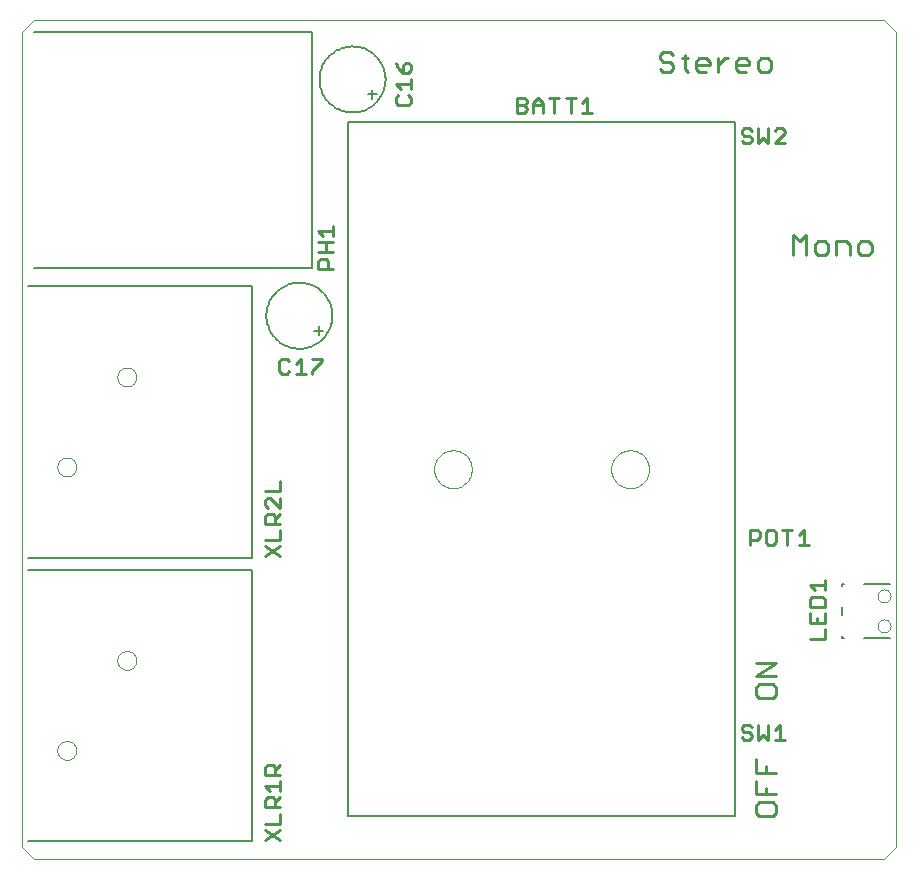
<source format=gto>
G75*
G70*
%OFA0B0*%
%FSLAX24Y24*%
%IPPOS*%
%LPD*%
%AMOC8*
5,1,8,0,0,1.08239X$1,22.5*
%
%ADD10C,0.0000*%
%ADD11C,0.0110*%
%ADD12C,0.0079*%
%ADD13C,0.0090*%
%ADD14C,0.0060*%
D10*
X003683Y003275D02*
X004076Y002881D01*
X032423Y002881D01*
X032817Y003275D01*
X032817Y030441D01*
X032423Y030834D01*
X004076Y030834D01*
X003683Y030441D01*
X003683Y003275D01*
X004868Y006500D02*
X004870Y006535D01*
X004876Y006570D01*
X004886Y006604D01*
X004899Y006637D01*
X004916Y006668D01*
X004937Y006696D01*
X004960Y006723D01*
X004987Y006746D01*
X005015Y006767D01*
X005046Y006784D01*
X005079Y006797D01*
X005113Y006807D01*
X005148Y006813D01*
X005183Y006815D01*
X005218Y006813D01*
X005253Y006807D01*
X005287Y006797D01*
X005320Y006784D01*
X005351Y006767D01*
X005379Y006746D01*
X005406Y006723D01*
X005429Y006696D01*
X005450Y006668D01*
X005467Y006637D01*
X005480Y006604D01*
X005490Y006570D01*
X005496Y006535D01*
X005498Y006500D01*
X005496Y006465D01*
X005490Y006430D01*
X005480Y006396D01*
X005467Y006363D01*
X005450Y006332D01*
X005429Y006304D01*
X005406Y006277D01*
X005379Y006254D01*
X005351Y006233D01*
X005320Y006216D01*
X005287Y006203D01*
X005253Y006193D01*
X005218Y006187D01*
X005183Y006185D01*
X005148Y006187D01*
X005113Y006193D01*
X005079Y006203D01*
X005046Y006216D01*
X005015Y006233D01*
X004987Y006254D01*
X004960Y006277D01*
X004937Y006304D01*
X004916Y006332D01*
X004899Y006363D01*
X004886Y006396D01*
X004876Y006430D01*
X004870Y006465D01*
X004868Y006500D01*
X006868Y009500D02*
X006870Y009535D01*
X006876Y009570D01*
X006886Y009604D01*
X006899Y009637D01*
X006916Y009668D01*
X006937Y009696D01*
X006960Y009723D01*
X006987Y009746D01*
X007015Y009767D01*
X007046Y009784D01*
X007079Y009797D01*
X007113Y009807D01*
X007148Y009813D01*
X007183Y009815D01*
X007218Y009813D01*
X007253Y009807D01*
X007287Y009797D01*
X007320Y009784D01*
X007351Y009767D01*
X007379Y009746D01*
X007406Y009723D01*
X007429Y009696D01*
X007450Y009668D01*
X007467Y009637D01*
X007480Y009604D01*
X007490Y009570D01*
X007496Y009535D01*
X007498Y009500D01*
X007496Y009465D01*
X007490Y009430D01*
X007480Y009396D01*
X007467Y009363D01*
X007450Y009332D01*
X007429Y009304D01*
X007406Y009277D01*
X007379Y009254D01*
X007351Y009233D01*
X007320Y009216D01*
X007287Y009203D01*
X007253Y009193D01*
X007218Y009187D01*
X007183Y009185D01*
X007148Y009187D01*
X007113Y009193D01*
X007079Y009203D01*
X007046Y009216D01*
X007015Y009233D01*
X006987Y009254D01*
X006960Y009277D01*
X006937Y009304D01*
X006916Y009332D01*
X006899Y009363D01*
X006886Y009396D01*
X006876Y009430D01*
X006870Y009465D01*
X006868Y009500D01*
X004868Y015948D02*
X004870Y015983D01*
X004876Y016018D01*
X004886Y016052D01*
X004899Y016085D01*
X004916Y016116D01*
X004937Y016144D01*
X004960Y016171D01*
X004987Y016194D01*
X005015Y016215D01*
X005046Y016232D01*
X005079Y016245D01*
X005113Y016255D01*
X005148Y016261D01*
X005183Y016263D01*
X005218Y016261D01*
X005253Y016255D01*
X005287Y016245D01*
X005320Y016232D01*
X005351Y016215D01*
X005379Y016194D01*
X005406Y016171D01*
X005429Y016144D01*
X005450Y016116D01*
X005467Y016085D01*
X005480Y016052D01*
X005490Y016018D01*
X005496Y015983D01*
X005498Y015948D01*
X005496Y015913D01*
X005490Y015878D01*
X005480Y015844D01*
X005467Y015811D01*
X005450Y015780D01*
X005429Y015752D01*
X005406Y015725D01*
X005379Y015702D01*
X005351Y015681D01*
X005320Y015664D01*
X005287Y015651D01*
X005253Y015641D01*
X005218Y015635D01*
X005183Y015633D01*
X005148Y015635D01*
X005113Y015641D01*
X005079Y015651D01*
X005046Y015664D01*
X005015Y015681D01*
X004987Y015702D01*
X004960Y015725D01*
X004937Y015752D01*
X004916Y015780D01*
X004899Y015811D01*
X004886Y015844D01*
X004876Y015878D01*
X004870Y015913D01*
X004868Y015948D01*
X006868Y018948D02*
X006870Y018983D01*
X006876Y019018D01*
X006886Y019052D01*
X006899Y019085D01*
X006916Y019116D01*
X006937Y019144D01*
X006960Y019171D01*
X006987Y019194D01*
X007015Y019215D01*
X007046Y019232D01*
X007079Y019245D01*
X007113Y019255D01*
X007148Y019261D01*
X007183Y019263D01*
X007218Y019261D01*
X007253Y019255D01*
X007287Y019245D01*
X007320Y019232D01*
X007351Y019215D01*
X007379Y019194D01*
X007406Y019171D01*
X007429Y019144D01*
X007450Y019116D01*
X007467Y019085D01*
X007480Y019052D01*
X007490Y019018D01*
X007496Y018983D01*
X007498Y018948D01*
X007496Y018913D01*
X007490Y018878D01*
X007480Y018844D01*
X007467Y018811D01*
X007450Y018780D01*
X007429Y018752D01*
X007406Y018725D01*
X007379Y018702D01*
X007351Y018681D01*
X007320Y018664D01*
X007287Y018651D01*
X007253Y018641D01*
X007218Y018635D01*
X007183Y018633D01*
X007148Y018635D01*
X007113Y018641D01*
X007079Y018651D01*
X007046Y018664D01*
X007015Y018681D01*
X006987Y018702D01*
X006960Y018725D01*
X006937Y018752D01*
X006916Y018780D01*
X006899Y018811D01*
X006886Y018844D01*
X006876Y018878D01*
X006870Y018913D01*
X006868Y018948D01*
X017423Y015874D02*
X017425Y015924D01*
X017431Y015974D01*
X017441Y016023D01*
X017455Y016071D01*
X017472Y016118D01*
X017493Y016163D01*
X017518Y016207D01*
X017546Y016248D01*
X017578Y016287D01*
X017612Y016324D01*
X017649Y016358D01*
X017689Y016388D01*
X017731Y016415D01*
X017775Y016439D01*
X017821Y016460D01*
X017868Y016476D01*
X017916Y016489D01*
X017966Y016498D01*
X018015Y016503D01*
X018066Y016504D01*
X018116Y016501D01*
X018165Y016494D01*
X018214Y016483D01*
X018262Y016468D01*
X018308Y016450D01*
X018353Y016428D01*
X018396Y016402D01*
X018437Y016373D01*
X018476Y016341D01*
X018512Y016306D01*
X018544Y016268D01*
X018574Y016228D01*
X018601Y016185D01*
X018624Y016141D01*
X018643Y016095D01*
X018659Y016047D01*
X018671Y015998D01*
X018679Y015949D01*
X018683Y015899D01*
X018683Y015849D01*
X018679Y015799D01*
X018671Y015750D01*
X018659Y015701D01*
X018643Y015653D01*
X018624Y015607D01*
X018601Y015563D01*
X018574Y015520D01*
X018544Y015480D01*
X018512Y015442D01*
X018476Y015407D01*
X018437Y015375D01*
X018396Y015346D01*
X018353Y015320D01*
X018308Y015298D01*
X018262Y015280D01*
X018214Y015265D01*
X018165Y015254D01*
X018116Y015247D01*
X018066Y015244D01*
X018015Y015245D01*
X017966Y015250D01*
X017916Y015259D01*
X017868Y015272D01*
X017821Y015288D01*
X017775Y015309D01*
X017731Y015333D01*
X017689Y015360D01*
X017649Y015390D01*
X017612Y015424D01*
X017578Y015461D01*
X017546Y015500D01*
X017518Y015541D01*
X017493Y015585D01*
X017472Y015630D01*
X017455Y015677D01*
X017441Y015725D01*
X017431Y015774D01*
X017425Y015824D01*
X017423Y015874D01*
X023328Y015874D02*
X023330Y015924D01*
X023336Y015974D01*
X023346Y016023D01*
X023360Y016071D01*
X023377Y016118D01*
X023398Y016163D01*
X023423Y016207D01*
X023451Y016248D01*
X023483Y016287D01*
X023517Y016324D01*
X023554Y016358D01*
X023594Y016388D01*
X023636Y016415D01*
X023680Y016439D01*
X023726Y016460D01*
X023773Y016476D01*
X023821Y016489D01*
X023871Y016498D01*
X023920Y016503D01*
X023971Y016504D01*
X024021Y016501D01*
X024070Y016494D01*
X024119Y016483D01*
X024167Y016468D01*
X024213Y016450D01*
X024258Y016428D01*
X024301Y016402D01*
X024342Y016373D01*
X024381Y016341D01*
X024417Y016306D01*
X024449Y016268D01*
X024479Y016228D01*
X024506Y016185D01*
X024529Y016141D01*
X024548Y016095D01*
X024564Y016047D01*
X024576Y015998D01*
X024584Y015949D01*
X024588Y015899D01*
X024588Y015849D01*
X024584Y015799D01*
X024576Y015750D01*
X024564Y015701D01*
X024548Y015653D01*
X024529Y015607D01*
X024506Y015563D01*
X024479Y015520D01*
X024449Y015480D01*
X024417Y015442D01*
X024381Y015407D01*
X024342Y015375D01*
X024301Y015346D01*
X024258Y015320D01*
X024213Y015298D01*
X024167Y015280D01*
X024119Y015265D01*
X024070Y015254D01*
X024021Y015247D01*
X023971Y015244D01*
X023920Y015245D01*
X023871Y015250D01*
X023821Y015259D01*
X023773Y015272D01*
X023726Y015288D01*
X023680Y015309D01*
X023636Y015333D01*
X023594Y015360D01*
X023554Y015390D01*
X023517Y015424D01*
X023483Y015461D01*
X023451Y015500D01*
X023423Y015541D01*
X023398Y015585D01*
X023377Y015630D01*
X023360Y015677D01*
X023346Y015725D01*
X023336Y015774D01*
X023330Y015824D01*
X023328Y015874D01*
X032206Y011649D02*
X032208Y011678D01*
X032214Y011706D01*
X032223Y011734D01*
X032236Y011760D01*
X032253Y011783D01*
X032272Y011805D01*
X032294Y011824D01*
X032319Y011839D01*
X032345Y011852D01*
X032373Y011860D01*
X032401Y011865D01*
X032430Y011866D01*
X032459Y011863D01*
X032487Y011856D01*
X032514Y011846D01*
X032540Y011832D01*
X032563Y011815D01*
X032584Y011795D01*
X032602Y011772D01*
X032617Y011747D01*
X032628Y011720D01*
X032636Y011692D01*
X032640Y011663D01*
X032640Y011635D01*
X032636Y011606D01*
X032628Y011578D01*
X032617Y011551D01*
X032602Y011526D01*
X032584Y011503D01*
X032563Y011483D01*
X032540Y011466D01*
X032514Y011452D01*
X032487Y011442D01*
X032459Y011435D01*
X032430Y011432D01*
X032401Y011433D01*
X032373Y011438D01*
X032345Y011446D01*
X032319Y011459D01*
X032294Y011474D01*
X032272Y011493D01*
X032253Y011515D01*
X032236Y011538D01*
X032223Y011564D01*
X032214Y011592D01*
X032208Y011620D01*
X032206Y011649D01*
X032206Y010649D02*
X032208Y010678D01*
X032214Y010706D01*
X032223Y010734D01*
X032236Y010760D01*
X032253Y010783D01*
X032272Y010805D01*
X032294Y010824D01*
X032319Y010839D01*
X032345Y010852D01*
X032373Y010860D01*
X032401Y010865D01*
X032430Y010866D01*
X032459Y010863D01*
X032487Y010856D01*
X032514Y010846D01*
X032540Y010832D01*
X032563Y010815D01*
X032584Y010795D01*
X032602Y010772D01*
X032617Y010747D01*
X032628Y010720D01*
X032636Y010692D01*
X032640Y010663D01*
X032640Y010635D01*
X032636Y010606D01*
X032628Y010578D01*
X032617Y010551D01*
X032602Y010526D01*
X032584Y010503D01*
X032563Y010483D01*
X032540Y010466D01*
X032514Y010452D01*
X032487Y010442D01*
X032459Y010435D01*
X032430Y010432D01*
X032401Y010433D01*
X032373Y010438D01*
X032345Y010446D01*
X032319Y010459D01*
X032294Y010474D01*
X032272Y010493D01*
X032253Y010515D01*
X032236Y010538D01*
X032223Y010564D01*
X032214Y010592D01*
X032208Y010620D01*
X032206Y010649D01*
D11*
X028825Y009428D02*
X028147Y009428D01*
X028147Y008976D02*
X028825Y009428D01*
X028825Y008976D02*
X028147Y008976D01*
X028260Y008703D02*
X028147Y008590D01*
X028147Y008364D01*
X028260Y008251D01*
X028712Y008251D01*
X028825Y008364D01*
X028825Y008590D01*
X028712Y008703D01*
X028260Y008703D01*
X028147Y006216D02*
X028147Y005765D01*
X028825Y005765D01*
X028486Y005765D02*
X028486Y005990D01*
X028147Y005491D02*
X028147Y005039D01*
X028825Y005039D01*
X028712Y004766D02*
X028260Y004766D01*
X028147Y004653D01*
X028147Y004427D01*
X028260Y004314D01*
X028712Y004314D01*
X028825Y004427D01*
X028825Y004653D01*
X028712Y004766D01*
X028486Y005039D02*
X028486Y005265D01*
X029381Y023015D02*
X029381Y023693D01*
X029607Y023467D01*
X029833Y023693D01*
X029833Y023015D01*
X030106Y023128D02*
X030219Y023015D01*
X030445Y023015D01*
X030558Y023128D01*
X030558Y023354D01*
X030445Y023467D01*
X030219Y023467D01*
X030106Y023354D01*
X030106Y023128D01*
X030831Y023015D02*
X030831Y023467D01*
X031170Y023467D01*
X031283Y023354D01*
X031283Y023015D01*
X031556Y023128D02*
X031669Y023015D01*
X031895Y023015D01*
X032008Y023128D01*
X032008Y023354D01*
X031895Y023467D01*
X031669Y023467D01*
X031556Y023354D01*
X031556Y023128D01*
X028548Y029118D02*
X028322Y029118D01*
X028209Y029231D01*
X028209Y029457D01*
X028322Y029570D01*
X028548Y029570D01*
X028661Y029457D01*
X028661Y029231D01*
X028548Y029118D01*
X027936Y029344D02*
X027484Y029344D01*
X027484Y029457D02*
X027597Y029570D01*
X027823Y029570D01*
X027936Y029457D01*
X027936Y029344D01*
X027823Y029118D02*
X027597Y029118D01*
X027484Y029231D01*
X027484Y029457D01*
X027219Y029570D02*
X027106Y029570D01*
X026880Y029344D01*
X026880Y029118D02*
X026880Y029570D01*
X026607Y029457D02*
X026607Y029344D01*
X026155Y029344D01*
X026155Y029457D02*
X026268Y029570D01*
X026494Y029570D01*
X026607Y029457D01*
X026494Y029118D02*
X026268Y029118D01*
X026155Y029231D01*
X026155Y029457D01*
X025898Y029570D02*
X025672Y029570D01*
X025785Y029683D02*
X025785Y029231D01*
X025898Y029118D01*
X025399Y029231D02*
X025286Y029118D01*
X025060Y029118D01*
X024947Y029231D01*
X025060Y029457D02*
X024947Y029570D01*
X024947Y029683D01*
X025060Y029796D01*
X025286Y029796D01*
X025399Y029683D01*
X025286Y029457D02*
X025399Y029344D01*
X025399Y029231D01*
X025286Y029457D02*
X025060Y029457D01*
D12*
X027462Y027448D02*
X014549Y027448D01*
X014549Y004299D01*
X027462Y004299D01*
X027462Y027448D01*
X013368Y030441D02*
X013368Y022567D01*
X004076Y022567D01*
X003880Y021976D02*
X011360Y021976D01*
X011360Y012921D01*
X003880Y012921D01*
X003880Y012527D02*
X011360Y012527D01*
X011360Y003472D01*
X003880Y003472D01*
X031006Y010244D02*
X031006Y010322D01*
X031006Y010244D02*
X031084Y010244D01*
X031754Y010244D02*
X032620Y010244D01*
X031006Y011031D02*
X031006Y011267D01*
X031006Y011976D02*
X031006Y012055D01*
X031084Y012055D01*
X031754Y012055D02*
X032620Y012055D01*
X013368Y030441D02*
X004076Y030441D01*
D13*
X013570Y023810D02*
X013737Y023643D01*
X013820Y023433D02*
X013820Y023099D01*
X013820Y022889D02*
X013904Y022806D01*
X013904Y022555D01*
X014071Y022555D02*
X013570Y022555D01*
X013570Y022806D01*
X013653Y022889D01*
X013820Y022889D01*
X013570Y023099D02*
X014071Y023099D01*
X014071Y023433D02*
X013570Y023433D01*
X013570Y023810D02*
X014071Y023810D01*
X014071Y023643D02*
X014071Y023977D01*
X016222Y028001D02*
X016138Y028085D01*
X016138Y028252D01*
X016222Y028335D01*
X016305Y028545D02*
X016138Y028712D01*
X016639Y028712D01*
X016639Y028545D02*
X016639Y028879D01*
X016556Y029089D02*
X016639Y029172D01*
X016639Y029339D01*
X016556Y029423D01*
X016472Y029423D01*
X016389Y029339D01*
X016389Y029089D01*
X016556Y029089D01*
X016389Y029089D02*
X016222Y029256D01*
X016138Y029423D01*
X016556Y028335D02*
X016639Y028252D01*
X016639Y028085D01*
X016556Y028001D01*
X016222Y028001D01*
X020180Y028014D02*
X020431Y028014D01*
X020514Y027930D01*
X020514Y027847D01*
X020431Y027763D01*
X020180Y027763D01*
X020180Y028264D01*
X020431Y028264D01*
X020514Y028181D01*
X020514Y028097D01*
X020431Y028014D01*
X020724Y028014D02*
X021058Y028014D01*
X021058Y028097D02*
X021058Y027763D01*
X020724Y027763D02*
X020724Y028097D01*
X020891Y028264D01*
X021058Y028097D01*
X021268Y028264D02*
X021602Y028264D01*
X021435Y028264D02*
X021435Y027763D01*
X021979Y027763D02*
X021979Y028264D01*
X021812Y028264D02*
X022146Y028264D01*
X022356Y028097D02*
X022523Y028264D01*
X022523Y027763D01*
X022356Y027763D02*
X022690Y027763D01*
X027687Y027163D02*
X027687Y027079D01*
X027770Y026996D01*
X027937Y026996D01*
X028021Y026912D01*
X028021Y026829D01*
X027937Y026745D01*
X027770Y026745D01*
X027687Y026829D01*
X027687Y027163D02*
X027770Y027246D01*
X027937Y027246D01*
X028021Y027163D01*
X028231Y027246D02*
X028231Y026745D01*
X028398Y026912D01*
X028565Y026745D01*
X028565Y027246D01*
X028774Y027163D02*
X028858Y027246D01*
X029025Y027246D01*
X029108Y027163D01*
X029108Y027079D01*
X028774Y026745D01*
X029108Y026745D01*
X029028Y013861D02*
X029362Y013861D01*
X029195Y013861D02*
X029195Y013360D01*
X029572Y013360D02*
X029906Y013360D01*
X029739Y013360D02*
X029739Y013861D01*
X029572Y013694D01*
X028818Y013777D02*
X028818Y013443D01*
X028735Y013360D01*
X028568Y013360D01*
X028484Y013443D01*
X028484Y013777D01*
X028568Y013861D01*
X028735Y013861D01*
X028818Y013777D01*
X028274Y013777D02*
X028274Y013610D01*
X028191Y013527D01*
X027940Y013527D01*
X027940Y013360D02*
X027940Y013861D01*
X028191Y013861D01*
X028274Y013777D01*
X029948Y011999D02*
X030449Y011999D01*
X030449Y011832D02*
X030449Y012166D01*
X030115Y011832D02*
X029948Y011999D01*
X030031Y011622D02*
X029948Y011538D01*
X029948Y011288D01*
X030449Y011288D01*
X030449Y011538D01*
X030365Y011622D01*
X030031Y011622D01*
X029948Y011078D02*
X029948Y010744D01*
X030449Y010744D01*
X030449Y011078D01*
X030198Y010911D02*
X030198Y010744D01*
X030449Y010534D02*
X030449Y010200D01*
X029948Y010200D01*
X028941Y007364D02*
X028774Y007197D01*
X028941Y007364D02*
X028941Y006864D01*
X028774Y006864D02*
X029108Y006864D01*
X028565Y006864D02*
X028565Y007364D01*
X028231Y007364D02*
X028231Y006864D01*
X028398Y007030D01*
X028565Y006864D01*
X028021Y006947D02*
X027937Y006864D01*
X027770Y006864D01*
X027687Y006947D01*
X027770Y007114D02*
X027937Y007114D01*
X028021Y007030D01*
X028021Y006947D01*
X027770Y007114D02*
X027687Y007197D01*
X027687Y007281D01*
X027770Y007364D01*
X027937Y007364D01*
X028021Y007281D01*
X013688Y019476D02*
X013354Y019142D01*
X013354Y019059D01*
X013145Y019059D02*
X012811Y019059D01*
X012978Y019059D02*
X012978Y019560D01*
X012811Y019393D01*
X012601Y019476D02*
X012517Y019560D01*
X012350Y019560D01*
X012267Y019476D01*
X012267Y019142D01*
X012350Y019059D01*
X012517Y019059D01*
X012601Y019142D01*
X013354Y019560D02*
X013688Y019560D01*
X013688Y019476D01*
X012299Y015475D02*
X012299Y015141D01*
X011798Y015141D01*
X011882Y014931D02*
X011798Y014848D01*
X011798Y014681D01*
X011882Y014597D01*
X011882Y014387D02*
X012049Y014387D01*
X012132Y014304D01*
X012132Y014053D01*
X012299Y014053D02*
X011798Y014053D01*
X011798Y014304D01*
X011882Y014387D01*
X012132Y014220D02*
X012299Y014387D01*
X012299Y014597D02*
X011965Y014931D01*
X011882Y014931D01*
X012299Y014931D02*
X012299Y014597D01*
X012299Y013844D02*
X012299Y013510D01*
X011798Y013510D01*
X011798Y013300D02*
X012299Y012966D01*
X012299Y013300D02*
X011798Y012966D01*
X011882Y006026D02*
X012049Y006026D01*
X012132Y005943D01*
X012132Y005692D01*
X012299Y005692D02*
X011798Y005692D01*
X011798Y005943D01*
X011882Y006026D01*
X012132Y005859D02*
X012299Y006026D01*
X012299Y005482D02*
X012299Y005148D01*
X012299Y005315D02*
X011798Y005315D01*
X011965Y005148D01*
X011882Y004939D02*
X012049Y004939D01*
X012132Y004855D01*
X012132Y004605D01*
X012132Y004772D02*
X012299Y004939D01*
X012299Y004605D02*
X011798Y004605D01*
X011798Y004855D01*
X011882Y004939D01*
X012299Y004395D02*
X012299Y004061D01*
X011798Y004061D01*
X011798Y003851D02*
X012299Y003517D01*
X012299Y003851D02*
X011798Y003517D01*
D14*
X013585Y020342D02*
X013585Y020492D01*
X013435Y020492D01*
X013585Y020492D02*
X013585Y020642D01*
X013585Y020492D02*
X013735Y020492D01*
X011835Y020992D02*
X011837Y021058D01*
X011843Y021123D01*
X011853Y021188D01*
X011866Y021253D01*
X011884Y021316D01*
X011905Y021379D01*
X011930Y021439D01*
X011959Y021499D01*
X011991Y021556D01*
X012026Y021612D01*
X012065Y021665D01*
X012107Y021716D01*
X012151Y021764D01*
X012199Y021809D01*
X012249Y021852D01*
X012302Y021891D01*
X012357Y021928D01*
X012414Y021961D01*
X012473Y021990D01*
X012533Y022016D01*
X012595Y022038D01*
X012658Y022057D01*
X012722Y022071D01*
X012787Y022082D01*
X012853Y022089D01*
X012919Y022092D01*
X012984Y022091D01*
X013050Y022086D01*
X013115Y022077D01*
X013180Y022064D01*
X013243Y022048D01*
X013306Y022028D01*
X013367Y022003D01*
X013427Y021976D01*
X013485Y021945D01*
X013541Y021910D01*
X013595Y021872D01*
X013646Y021831D01*
X013695Y021787D01*
X013741Y021740D01*
X013785Y021691D01*
X013825Y021639D01*
X013862Y021584D01*
X013896Y021528D01*
X013926Y021469D01*
X013953Y021409D01*
X013976Y021348D01*
X013995Y021285D01*
X014011Y021221D01*
X014023Y021156D01*
X014031Y021091D01*
X014035Y021025D01*
X014035Y020959D01*
X014031Y020893D01*
X014023Y020828D01*
X014011Y020763D01*
X013995Y020699D01*
X013976Y020636D01*
X013953Y020575D01*
X013926Y020515D01*
X013896Y020456D01*
X013862Y020400D01*
X013825Y020345D01*
X013785Y020293D01*
X013741Y020244D01*
X013695Y020197D01*
X013646Y020153D01*
X013595Y020112D01*
X013541Y020074D01*
X013485Y020039D01*
X013427Y020008D01*
X013367Y019981D01*
X013306Y019956D01*
X013243Y019936D01*
X013180Y019920D01*
X013115Y019907D01*
X013050Y019898D01*
X012984Y019893D01*
X012919Y019892D01*
X012853Y019895D01*
X012787Y019902D01*
X012722Y019913D01*
X012658Y019927D01*
X012595Y019946D01*
X012533Y019968D01*
X012473Y019994D01*
X012414Y020023D01*
X012357Y020056D01*
X012302Y020093D01*
X012249Y020132D01*
X012199Y020175D01*
X012151Y020220D01*
X012107Y020268D01*
X012065Y020319D01*
X012026Y020372D01*
X011991Y020428D01*
X011959Y020485D01*
X011930Y020545D01*
X011905Y020605D01*
X011884Y020668D01*
X011866Y020731D01*
X011853Y020796D01*
X011843Y020861D01*
X011837Y020926D01*
X011835Y020992D01*
X015356Y028216D02*
X015356Y028366D01*
X015206Y028366D01*
X015356Y028366D02*
X015356Y028516D01*
X015356Y028366D02*
X015506Y028366D01*
X013606Y028866D02*
X013608Y028932D01*
X013614Y028997D01*
X013624Y029062D01*
X013637Y029127D01*
X013655Y029190D01*
X013676Y029253D01*
X013701Y029313D01*
X013730Y029373D01*
X013762Y029430D01*
X013797Y029486D01*
X013836Y029539D01*
X013878Y029590D01*
X013922Y029638D01*
X013970Y029683D01*
X014020Y029726D01*
X014073Y029765D01*
X014128Y029802D01*
X014185Y029835D01*
X014244Y029864D01*
X014304Y029890D01*
X014366Y029912D01*
X014429Y029931D01*
X014493Y029945D01*
X014558Y029956D01*
X014624Y029963D01*
X014690Y029966D01*
X014755Y029965D01*
X014821Y029960D01*
X014886Y029951D01*
X014951Y029938D01*
X015014Y029922D01*
X015077Y029902D01*
X015138Y029877D01*
X015198Y029850D01*
X015256Y029819D01*
X015312Y029784D01*
X015366Y029746D01*
X015417Y029705D01*
X015466Y029661D01*
X015512Y029614D01*
X015556Y029565D01*
X015596Y029513D01*
X015633Y029458D01*
X015667Y029402D01*
X015697Y029343D01*
X015724Y029283D01*
X015747Y029222D01*
X015766Y029159D01*
X015782Y029095D01*
X015794Y029030D01*
X015802Y028965D01*
X015806Y028899D01*
X015806Y028833D01*
X015802Y028767D01*
X015794Y028702D01*
X015782Y028637D01*
X015766Y028573D01*
X015747Y028510D01*
X015724Y028449D01*
X015697Y028389D01*
X015667Y028330D01*
X015633Y028274D01*
X015596Y028219D01*
X015556Y028167D01*
X015512Y028118D01*
X015466Y028071D01*
X015417Y028027D01*
X015366Y027986D01*
X015312Y027948D01*
X015256Y027913D01*
X015198Y027882D01*
X015138Y027855D01*
X015077Y027830D01*
X015014Y027810D01*
X014951Y027794D01*
X014886Y027781D01*
X014821Y027772D01*
X014755Y027767D01*
X014690Y027766D01*
X014624Y027769D01*
X014558Y027776D01*
X014493Y027787D01*
X014429Y027801D01*
X014366Y027820D01*
X014304Y027842D01*
X014244Y027868D01*
X014185Y027897D01*
X014128Y027930D01*
X014073Y027967D01*
X014020Y028006D01*
X013970Y028049D01*
X013922Y028094D01*
X013878Y028142D01*
X013836Y028193D01*
X013797Y028246D01*
X013762Y028302D01*
X013730Y028359D01*
X013701Y028419D01*
X013676Y028479D01*
X013655Y028542D01*
X013637Y028605D01*
X013624Y028670D01*
X013614Y028735D01*
X013608Y028800D01*
X013606Y028866D01*
M02*

</source>
